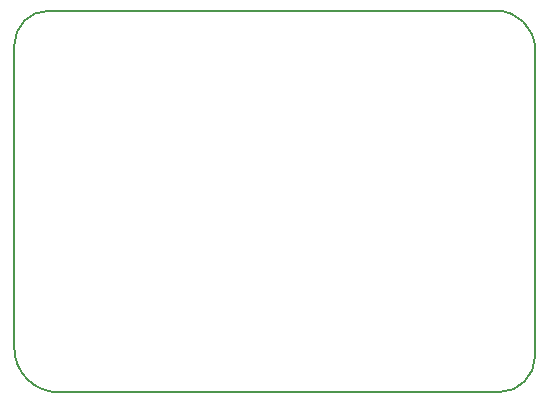
<source format=gm1>
G04 Layer_Color=16711935*
%FSLAX44Y44*%
%MOMM*%
G71*
G01*
G75*
%ADD25C,0.2000*%
D25*
X1780000Y1238038D02*
G03*
X1747039Y1271000I-32961J0D01*
G01*
X1749351Y948000D02*
G03*
X1780000Y978649I0J30649D01*
G01*
X1339000Y985492D02*
G03*
X1376492Y948000I37492J0D01*
G01*
X1368000Y1271000D02*
G03*
X1339000Y1242000I0J-29000D01*
G01*
X1375000Y1271000D02*
X1747039D01*
X1780000Y978649D02*
Y1238038D01*
X1376492Y948000D02*
X1749351D01*
X1339000Y985492D02*
Y1242000D01*
X1368000Y1271000D02*
X1375000D01*
M02*

</source>
